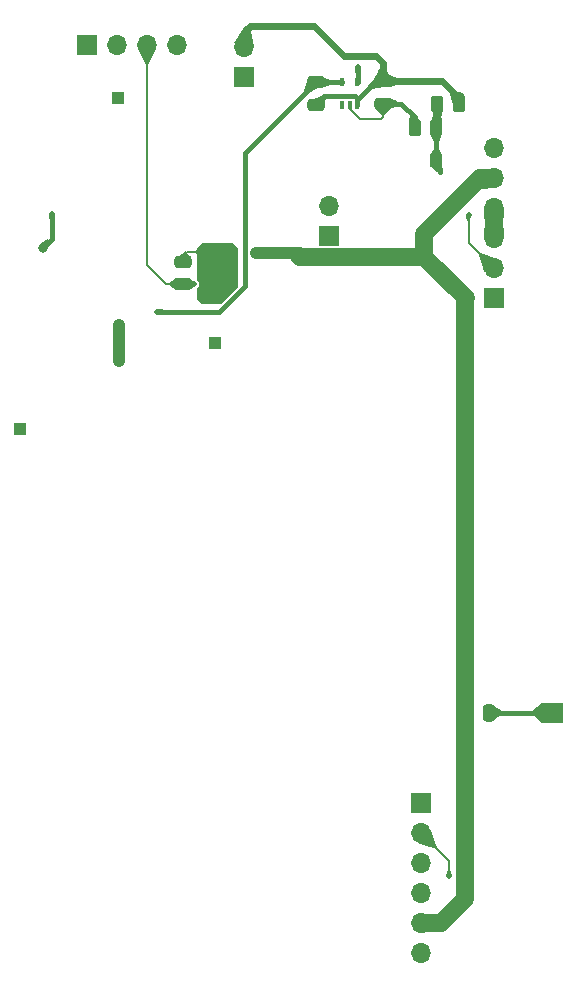
<source format=gbr>
%TF.GenerationSoftware,KiCad,Pcbnew,8.0.8+dfsg-1*%
%TF.CreationDate,2025-07-13T00:35:59+05:30*%
%TF.ProjectId,sanket,73616e6b-6574-42e6-9b69-6361645f7063,4.1*%
%TF.SameCoordinates,Original*%
%TF.FileFunction,Copper,L1,Top*%
%TF.FilePolarity,Positive*%
%FSLAX46Y46*%
G04 Gerber Fmt 4.6, Leading zero omitted, Abs format (unit mm)*
G04 Created by KiCad (PCBNEW 8.0.8+dfsg-1) date 2025-07-13 00:35:59*
%MOMM*%
%LPD*%
G01*
G04 APERTURE LIST*
G04 Aperture macros list*
%AMRoundRect*
0 Rectangle with rounded corners*
0 $1 Rounding radius*
0 $2 $3 $4 $5 $6 $7 $8 $9 X,Y pos of 4 corners*
0 Add a 4 corners polygon primitive as box body*
4,1,4,$2,$3,$4,$5,$6,$7,$8,$9,$2,$3,0*
0 Add four circle primitives for the rounded corners*
1,1,$1+$1,$2,$3*
1,1,$1+$1,$4,$5*
1,1,$1+$1,$6,$7*
1,1,$1+$1,$8,$9*
0 Add four rect primitives between the rounded corners*
20,1,$1+$1,$2,$3,$4,$5,0*
20,1,$1+$1,$4,$5,$6,$7,0*
20,1,$1+$1,$6,$7,$8,$9,0*
20,1,$1+$1,$8,$9,$2,$3,0*%
G04 Aperture macros list end*
%TA.AperFunction,ComponentPad*%
%ADD10R,1.000000X1.000000*%
%TD*%
%TA.AperFunction,ComponentPad*%
%ADD11R,1.700000X1.700000*%
%TD*%
%TA.AperFunction,ComponentPad*%
%ADD12O,1.700000X1.700000*%
%TD*%
%TA.AperFunction,SMDPad,CuDef*%
%ADD13RoundRect,0.100000X0.100000X-0.225000X0.100000X0.225000X-0.100000X0.225000X-0.100000X-0.225000X0*%
%TD*%
%TA.AperFunction,SMDPad,CuDef*%
%ADD14RoundRect,0.250000X0.262500X0.450000X-0.262500X0.450000X-0.262500X-0.450000X0.262500X-0.450000X0*%
%TD*%
%TA.AperFunction,SMDPad,CuDef*%
%ADD15RoundRect,0.250000X-0.475000X0.250000X-0.475000X-0.250000X0.475000X-0.250000X0.475000X0.250000X0*%
%TD*%
%TA.AperFunction,SMDPad,CuDef*%
%ADD16RoundRect,0.250000X0.475000X-0.250000X0.475000X0.250000X-0.475000X0.250000X-0.475000X-0.250000X0*%
%TD*%
%TA.AperFunction,SMDPad,CuDef*%
%ADD17RoundRect,0.250000X0.250000X0.475000X-0.250000X0.475000X-0.250000X-0.475000X0.250000X-0.475000X0*%
%TD*%
%TA.AperFunction,ViaPad*%
%ADD18C,0.800000*%
%TD*%
%TA.AperFunction,ViaPad*%
%ADD19C,0.500000*%
%TD*%
%TA.AperFunction,Conductor*%
%ADD20C,0.200000*%
%TD*%
%TA.AperFunction,Conductor*%
%ADD21C,0.400000*%
%TD*%
%TA.AperFunction,Conductor*%
%ADD22C,1.500000*%
%TD*%
%TA.AperFunction,Conductor*%
%ADD23C,1.000000*%
%TD*%
%TA.AperFunction,Conductor*%
%ADD24C,0.600000*%
%TD*%
G04 APERTURE END LIST*
D10*
%TO.P,TP4,1,1*%
%TO.N,/3V3*%
X105216100Y-86955000D03*
%TD*%
%TO.P,TP1,1,1*%
%TO.N,/DeployerDetectionSW2OUT*%
X140483900Y-64204600D03*
%TD*%
D11*
%TO.P,J2,1,Pin_1*%
%TO.N,Net-(J2-Pin_1)*%
X124177100Y-57092600D03*
D12*
%TO.P,J2,2,Pin_2*%
%TO.N,GND*%
X124177100Y-54552600D03*
%TD*%
D13*
%TO.P,U1,1,NC*%
%TO.N,unconnected-(U1-NC-Pad1)*%
X132518700Y-59465000D03*
%TO.P,U1,2,A*%
%TO.N,/TriggerIN*%
X133168700Y-59465000D03*
%TO.P,U1,3,GND*%
%TO.N,GND*%
X133818700Y-59465000D03*
%TO.P,U1,4,Y*%
%TO.N,/TriggerOUT*%
X133818700Y-57565000D03*
%TO.P,U1,5,VCC*%
%TO.N,/3V3*%
X132518700Y-57565000D03*
%TD*%
D11*
%TO.P,J6,1,Pin_1*%
%TO.N,Net-(J6-Pin_1)*%
X150339100Y-110940600D03*
%TD*%
D10*
%TO.P,TP3,1,1*%
%TO.N,Net-(U3-\u002AFAULT)*%
X121789500Y-79647800D03*
%TD*%
D14*
%TO.P,R1,1*%
%TO.N,GND*%
X142412400Y-59378600D03*
%TO.P,R1,2*%
%TO.N,/DeployerDetectionSW2OUT*%
X140587400Y-59378600D03*
%TD*%
%TO.P,R2,1*%
%TO.N,/DeployerDetectionSW2OUT*%
X140480100Y-61410600D03*
%TO.P,R2,2*%
%TO.N,/TriggerIN*%
X138655100Y-61410600D03*
%TD*%
D11*
%TO.P,J3,1,Pin_1*%
%TO.N,/DeployerDetectionSW1OUT*%
X145361100Y-75853600D03*
D12*
%TO.P,J3,2,Pin_2*%
%TO.N,/DeployerDetectionSW2OUT*%
X145361100Y-73313600D03*
%TO.P,J3,3,Pin_3*%
%TO.N,/BurnWireIN*%
X145361100Y-70773600D03*
%TO.P,J3,4,Pin_4*%
X145361100Y-68233600D03*
%TO.P,J3,5,Pin_5*%
%TO.N,GND*%
X145361100Y-65693600D03*
%TO.P,J3,6,Pin_6*%
X145361100Y-63153600D03*
%TD*%
D11*
%TO.P,J1,1,Pin_1*%
%TO.N,/3V3*%
X139240300Y-118616229D03*
D12*
%TO.P,J1,2,Pin_2*%
%TO.N,/DeployerDetectionSW1OUT*%
X139240300Y-121156229D03*
%TO.P,J1,3,Pin_3*%
%TO.N,/BurnWireIN*%
X139240300Y-123696229D03*
%TO.P,J1,4,Pin_4*%
X139240300Y-126236229D03*
%TO.P,J1,5,Pin_5*%
%TO.N,GND*%
X139240300Y-128776229D03*
%TO.P,J1,6,Pin_6*%
X139240300Y-131316229D03*
%TD*%
D15*
%TO.P,C1,1*%
%TO.N,GND*%
X135962700Y-57463400D03*
%TO.P,C1,2*%
%TO.N,/TriggerIN*%
X135962700Y-59363400D03*
%TD*%
D16*
%TO.P,C2,1*%
%TO.N,GND*%
X130273100Y-59449800D03*
%TO.P,C2,2*%
%TO.N,/3V3*%
X130273100Y-57549800D03*
%TD*%
D10*
%TO.P,TP2,1,1*%
%TO.N,/TriggerOUT*%
X113551100Y-58898600D03*
%TD*%
D17*
%TO.P,R5,1*%
%TO.N,Net-(J6-Pin_1)*%
X144939100Y-110940600D03*
%TO.P,R5,2*%
%TO.N,GND*%
X143039100Y-110940600D03*
%TD*%
D16*
%TO.P,R12,1*%
%TO.N,/EN*%
X119046300Y-74639000D03*
%TO.P,R12,2*%
%TO.N,GND*%
X119046300Y-72739000D03*
%TD*%
D11*
%TO.P,J4,1,Pin_1*%
%TO.N,/burn*%
X131389100Y-70554600D03*
D12*
%TO.P,J4,2,Pin_2*%
%TO.N,Net-(J4-Pin_2)*%
X131389100Y-68014600D03*
%TD*%
D11*
%TO.P,J5,1,Pin_1*%
%TO.N,/12V*%
X110941100Y-54368600D03*
D12*
%TO.P,J5,2,Pin_2*%
%TO.N,/TriggerOUT*%
X113481100Y-54368600D03*
%TO.P,J5,3,Pin_3*%
%TO.N,/EN*%
X116021100Y-54368600D03*
%TO.P,J5,4,Pin_4*%
%TO.N,GND*%
X118561100Y-54368600D03*
%TD*%
D18*
%TO.N,GND*%
X125243900Y-71977000D03*
X113661500Y-81171800D03*
X128901500Y-72281800D03*
X122907100Y-71926200D03*
X113661500Y-78073000D03*
X120875100Y-75787000D03*
X120875100Y-71926200D03*
D19*
%TO.N,/3V3*%
X116877100Y-76991000D03*
%TO.N,Net-(D1-K)*%
X107921100Y-68675000D03*
D18*
X107186146Y-71570600D03*
D19*
%TO.N,/EN*%
X119960700Y-74669400D03*
%TO.N,/DeployerDetectionSW1OUT*%
X141558778Y-124766278D03*
%TO.N,/DeployerDetectionSW2OUT*%
X143227100Y-68776600D03*
%TO.N,/TriggerOUT*%
X133829100Y-56279800D03*
%TD*%
D20*
%TO.N,/TriggerIN*%
X134027301Y-60648600D02*
X135810300Y-60648600D01*
D21*
X138655100Y-61410600D02*
X138655100Y-60496200D01*
D20*
X135962700Y-60496200D02*
X135962700Y-59363400D01*
X133168700Y-59789999D02*
X134027301Y-60648600D01*
D21*
X137522300Y-59363400D02*
X135962700Y-59363400D01*
D20*
X135810300Y-60648600D02*
X135962700Y-60496200D01*
X133168700Y-59465000D02*
X133168700Y-59789999D01*
D21*
X138655100Y-60496200D02*
X137522300Y-59363400D01*
D20*
%TO.N,GND*%
X119046300Y-72231000D02*
X119351100Y-71926200D01*
D21*
X131004700Y-58718200D02*
X133625900Y-58718200D01*
D22*
X128974300Y-72354600D02*
X139474100Y-72354600D01*
X139474100Y-72354600D02*
X142973100Y-75853600D01*
D23*
X113661500Y-81171800D02*
X113661500Y-78073000D01*
D24*
X124735900Y-52825400D02*
X130120700Y-52825400D01*
D22*
X144159019Y-65693600D02*
X145361100Y-65693600D01*
X142917894Y-75908806D02*
X142917894Y-126743806D01*
D21*
X133818700Y-59465000D02*
X133818700Y-59033400D01*
D24*
X132660700Y-55365400D02*
X135403900Y-55365400D01*
D21*
X133625900Y-58718200D02*
X133818700Y-58911000D01*
D20*
X119351100Y-71926200D02*
X120875100Y-71926200D01*
D24*
X135403900Y-55365400D02*
X135962700Y-55924200D01*
D22*
X128901500Y-72281800D02*
X128974300Y-72354600D01*
D21*
X135388700Y-57463400D02*
X135962700Y-57463400D01*
D23*
X128596700Y-71977000D02*
X128901500Y-72281800D01*
D22*
X140885471Y-128776229D02*
X139240300Y-128776229D01*
D24*
X124177100Y-53384200D02*
X124735900Y-52825400D01*
X130120700Y-52825400D02*
X132660700Y-55365400D01*
D20*
X119046300Y-72739000D02*
X119046300Y-72231000D01*
D23*
X125243900Y-71977000D02*
X128596700Y-71977000D01*
D22*
X142917894Y-126743806D02*
X140885471Y-128776229D01*
D24*
X142412400Y-58879900D02*
X140995900Y-57463400D01*
D21*
X133818700Y-58911000D02*
X133818700Y-59465000D01*
D24*
X124177100Y-54552600D02*
X124177100Y-53384200D01*
D23*
X142412400Y-59378600D02*
X142412400Y-58879900D01*
D21*
X133818700Y-59033400D02*
X135388700Y-57463400D01*
D22*
X139474100Y-70378519D02*
X144159019Y-65693600D01*
D21*
X130273100Y-59449800D02*
X131004700Y-58718200D01*
D24*
X135962700Y-55924200D02*
X135962700Y-57463400D01*
D22*
X139474100Y-72354600D02*
X139474100Y-70378519D01*
D24*
X140995900Y-57463400D02*
X135962700Y-57463400D01*
D21*
%TO.N,/3V3*%
X130273100Y-57549800D02*
X124278700Y-63544200D01*
X122109500Y-76991000D02*
X116877100Y-76991000D01*
X124278700Y-63544200D02*
X124278700Y-74821800D01*
D20*
X132503500Y-57549800D02*
X132518700Y-57565000D01*
D21*
X124278700Y-74821800D02*
X122109500Y-76991000D01*
X130273100Y-57549800D02*
X132503500Y-57549800D01*
%TO.N,Net-(D1-K)*%
X107921100Y-70835646D02*
X107921100Y-68675000D01*
X107186146Y-71570600D02*
X107921100Y-70835646D01*
D20*
%TO.N,/EN*%
X116021100Y-73066600D02*
X116021100Y-54368600D01*
X117593500Y-74639000D02*
X116021100Y-73066600D01*
X119076700Y-74669400D02*
X119046300Y-74639000D01*
X119960700Y-74669400D02*
X119076700Y-74669400D01*
X119046300Y-74639000D02*
X117593500Y-74639000D01*
D21*
%TO.N,Net-(J6-Pin_1)*%
X144939100Y-110940600D02*
X150339100Y-110940600D01*
D20*
%TO.N,/DeployerDetectionSW1OUT*%
X141558778Y-124766278D02*
X141558778Y-123474707D01*
X141558778Y-123474707D02*
X139240300Y-121156229D01*
D22*
%TO.N,/BurnWireIN*%
X145361100Y-68233600D02*
X145361100Y-70773600D01*
D21*
%TO.N,/DeployerDetectionSW2OUT*%
X140480100Y-64556400D02*
X140788700Y-64865000D01*
D20*
X143227100Y-71179600D02*
X143227100Y-68776600D01*
X145361100Y-73313600D02*
X143227100Y-71179600D01*
D21*
X140788700Y-64865000D02*
X140788700Y-65121200D01*
D24*
X140587400Y-61303300D02*
X140480100Y-61410600D01*
D21*
X140480100Y-61410600D02*
X140480100Y-64556400D01*
D24*
X140587400Y-59378600D02*
X140587400Y-61303300D01*
D21*
%TO.N,/TriggerOUT*%
X133829100Y-57554600D02*
X133818700Y-57565000D01*
X133829100Y-56279800D02*
X133829100Y-57554600D01*
%TD*%
%TA.AperFunction,Conductor*%
%TO.N,/DeployerDetectionSW2OUT*%
G36*
X140487940Y-61418376D02*
G01*
X140488785Y-61419221D01*
X140968495Y-61950649D01*
X140971495Y-61959087D01*
X140970519Y-61963202D01*
X140683175Y-62616113D01*
X140676706Y-62622305D01*
X140672466Y-62623100D01*
X140287734Y-62623100D01*
X140279461Y-62619673D01*
X140277025Y-62616113D01*
X139989680Y-61963202D01*
X139989484Y-61954249D01*
X139991702Y-61950652D01*
X140471415Y-61419220D01*
X140479502Y-61415376D01*
X140487940Y-61418376D01*
G37*
%TD.AperFunction*%
%TD*%
%TA.AperFunction,Conductor*%
%TO.N,/TriggerIN*%
G36*
X138592827Y-60153442D02*
G01*
X138593849Y-60154610D01*
X139049518Y-60750738D01*
X139051820Y-60759392D01*
X139050215Y-60763930D01*
X138663962Y-61397921D01*
X138656731Y-61403204D01*
X138647883Y-61401826D01*
X138645293Y-61399682D01*
X138166161Y-60869938D01*
X138163153Y-60861504D01*
X138163703Y-60858499D01*
X138194196Y-60763930D01*
X138302025Y-60429515D01*
X138304884Y-60424839D01*
X138576282Y-60153441D01*
X138584554Y-60150015D01*
X138592827Y-60153442D01*
G37*
%TD.AperFunction*%
%TD*%
%TA.AperFunction,Conductor*%
%TO.N,GND*%
G36*
X140390839Y-128206327D02*
G01*
X140396157Y-128209375D01*
X141438401Y-129251619D01*
X141441828Y-129259892D01*
X141438401Y-129268165D01*
X141431998Y-129271442D01*
X139253858Y-129624034D01*
X139245143Y-129621973D01*
X139240438Y-129614354D01*
X139240288Y-129612501D01*
X139239594Y-128779265D01*
X139240486Y-128774782D01*
X139561677Y-128000342D01*
X139568011Y-127994014D01*
X139575439Y-127993504D01*
X140390839Y-128206327D01*
G37*
%TD.AperFunction*%
%TD*%
%TA.AperFunction,Conductor*%
%TO.N,/EN*%
G36*
X118481930Y-74163331D02*
G01*
X119036658Y-74630047D01*
X119040783Y-74637996D01*
X119038079Y-74646532D01*
X119036658Y-74647953D01*
X118481930Y-75114668D01*
X118473394Y-75117372D01*
X118468512Y-75115826D01*
X118222345Y-74972500D01*
X117827113Y-74742384D01*
X117821688Y-74735260D01*
X117821300Y-74732273D01*
X117821300Y-74545726D01*
X117824727Y-74537453D01*
X117827110Y-74535617D01*
X118468513Y-74162172D01*
X118477385Y-74160972D01*
X118481930Y-74163331D01*
G37*
%TD.AperFunction*%
%TD*%
%TA.AperFunction,Conductor*%
%TO.N,/TriggerOUT*%
G36*
X134066224Y-56279748D02*
G01*
X134074482Y-56283208D01*
X134077876Y-56291495D01*
X134077818Y-56292612D01*
X134030154Y-56769264D01*
X134025921Y-56777155D01*
X134018512Y-56779800D01*
X133639688Y-56779800D01*
X133631415Y-56776373D01*
X133628046Y-56769264D01*
X133580381Y-56292612D01*
X133582968Y-56284039D01*
X133590859Y-56279806D01*
X133591965Y-56279748D01*
X133829100Y-56278800D01*
X134066224Y-56279748D01*
G37*
%TD.AperFunction*%
%TD*%
%TA.AperFunction,Conductor*%
%TO.N,/EN*%
G36*
X116025589Y-54369465D02*
G01*
X116794824Y-54689072D01*
X116801149Y-54695411D01*
X116801140Y-54704366D01*
X116800806Y-54705097D01*
X116124330Y-56062120D01*
X116117572Y-56067995D01*
X116113859Y-56068600D01*
X115928341Y-56068600D01*
X115920068Y-56065173D01*
X115917870Y-56062120D01*
X115241393Y-54705097D01*
X115240769Y-54696164D01*
X115246644Y-54689406D01*
X115247361Y-54689078D01*
X116016611Y-54369464D01*
X116025566Y-54369456D01*
X116025589Y-54369465D01*
G37*
%TD.AperFunction*%
%TD*%
%TA.AperFunction,Conductor*%
%TO.N,/DeployerDetectionSW1OUT*%
G36*
X141658542Y-124269705D02*
G01*
X141661400Y-124274373D01*
X141786430Y-124660365D01*
X141785719Y-124669291D01*
X141779816Y-124674763D01*
X141563295Y-124765387D01*
X141554341Y-124765420D01*
X141554261Y-124765387D01*
X141337739Y-124674763D01*
X141331430Y-124668407D01*
X141331125Y-124660366D01*
X141456156Y-124274373D01*
X141461966Y-124267558D01*
X141467287Y-124266278D01*
X141650269Y-124266278D01*
X141658542Y-124269705D01*
G37*
%TD.AperFunction*%
%TD*%
%TA.AperFunction,Conductor*%
%TO.N,/TriggerIN*%
G36*
X135970939Y-59370573D02*
G01*
X136455272Y-59851058D01*
X136458732Y-59859317D01*
X136456203Y-59866629D01*
X136066213Y-60358965D01*
X136058390Y-60363322D01*
X136057042Y-60363400D01*
X135868358Y-60363400D01*
X135860085Y-60359973D01*
X135859187Y-60358965D01*
X135837022Y-60330984D01*
X135469195Y-59866627D01*
X135466745Y-59858016D01*
X135470126Y-59851059D01*
X135954460Y-59370573D01*
X135962747Y-59367180D01*
X135970939Y-59370573D01*
G37*
%TD.AperFunction*%
%TD*%
%TA.AperFunction,Conductor*%
%TO.N,Net-(D1-K)*%
G36*
X108158224Y-68674948D02*
G01*
X108166482Y-68678408D01*
X108169876Y-68686695D01*
X108169818Y-68687812D01*
X108122154Y-69164464D01*
X108117921Y-69172355D01*
X108110512Y-69175000D01*
X107731688Y-69175000D01*
X107723415Y-69171573D01*
X107720046Y-69164464D01*
X107672381Y-68687812D01*
X107674968Y-68679239D01*
X107682859Y-68675006D01*
X107683965Y-68674948D01*
X107921100Y-68674000D01*
X108158224Y-68674948D01*
G37*
%TD.AperFunction*%
%TD*%
%TA.AperFunction,Conductor*%
%TO.N,/DeployerDetectionSW1OUT*%
G36*
X140022969Y-120835740D02*
G01*
X140029294Y-120842079D01*
X140029575Y-120842832D01*
X140396637Y-121939629D01*
X140510794Y-122280733D01*
X140510170Y-122289666D01*
X140507972Y-122292719D01*
X140376790Y-122423901D01*
X140368517Y-122427328D01*
X140364804Y-122426723D01*
X139955272Y-122289666D01*
X139700535Y-122204413D01*
X138926903Y-121945504D01*
X138920145Y-121939629D01*
X138919521Y-121930696D01*
X138919797Y-121929955D01*
X139237738Y-121160012D01*
X139244059Y-121153677D01*
X140014015Y-120835731D01*
X140022969Y-120835740D01*
G37*
%TD.AperFunction*%
%TD*%
%TA.AperFunction,Conductor*%
%TO.N,GND*%
G36*
X131164204Y-58524736D02*
G01*
X131170462Y-58531140D01*
X131171302Y-58535493D01*
X131171302Y-58916507D01*
X131170821Y-58919826D01*
X131000776Y-59494656D01*
X130995143Y-59501617D01*
X130988691Y-59503005D01*
X130279704Y-59450364D01*
X130271707Y-59446334D01*
X130269546Y-59442614D01*
X130261132Y-59418941D01*
X130098156Y-58960393D01*
X130098614Y-58951452D01*
X130104826Y-58945617D01*
X131155250Y-58524633D01*
X131164204Y-58524736D01*
G37*
%TD.AperFunction*%
%TD*%
%TA.AperFunction,Conductor*%
%TO.N,GND*%
G36*
X120876100Y-71926200D02*
G01*
X120722027Y-72295752D01*
X120214700Y-72084366D01*
X120214700Y-72084365D01*
X120082300Y-72029199D01*
X120075981Y-72022854D01*
X120075100Y-72018399D01*
X120075100Y-71833999D01*
X120078527Y-71825726D01*
X120082296Y-71823201D01*
X120722027Y-71556648D01*
X120876100Y-71926200D01*
G37*
%TD.AperFunction*%
%TD*%
%TA.AperFunction,Conductor*%
%TO.N,/DeployerDetectionSW2OUT*%
G36*
X140979111Y-64126974D02*
G01*
X140983815Y-64134594D01*
X140983965Y-64136406D01*
X140988643Y-65109444D01*
X140985256Y-65117733D01*
X140976999Y-65121200D01*
X140593173Y-65121200D01*
X140585368Y-65118216D01*
X140131287Y-64711613D01*
X140127410Y-64703541D01*
X140129594Y-64696066D01*
X140481065Y-64207540D01*
X140488676Y-64202827D01*
X140970399Y-64124912D01*
X140979111Y-64126974D01*
G37*
%TD.AperFunction*%
%TD*%
%TA.AperFunction,Conductor*%
%TO.N,GND*%
G36*
X136263023Y-56466827D02*
G01*
X136265628Y-56470792D01*
X136459857Y-56961194D01*
X136459717Y-56970147D01*
X136457219Y-56973808D01*
X135970940Y-57456225D01*
X135962653Y-57459619D01*
X135954460Y-57456225D01*
X135468180Y-56973808D01*
X135464720Y-56965549D01*
X135465541Y-56961198D01*
X135659772Y-56470791D01*
X135666005Y-56464362D01*
X135670650Y-56463400D01*
X136254750Y-56463400D01*
X136263023Y-56466827D01*
G37*
%TD.AperFunction*%
%TD*%
%TA.AperFunction,Conductor*%
%TO.N,GND*%
G36*
X136539307Y-56984071D02*
G01*
X137179120Y-57161027D01*
X137186179Y-57166535D01*
X137187700Y-57172303D01*
X137187700Y-57754496D01*
X137184273Y-57762769D01*
X137179119Y-57765773D01*
X136539308Y-57942727D01*
X136530421Y-57941629D01*
X136528657Y-57940403D01*
X135972341Y-57472353D01*
X135968216Y-57464404D01*
X135970920Y-57455868D01*
X135972341Y-57454447D01*
X136314548Y-57166535D01*
X136528657Y-56986395D01*
X136537193Y-56983692D01*
X136539307Y-56984071D01*
G37*
%TD.AperFunction*%
%TD*%
%TA.AperFunction,Conductor*%
%TO.N,/BurnWireIN*%
G36*
X146198707Y-68233585D02*
G01*
X146206975Y-68237022D01*
X146210392Y-68245299D01*
X146210372Y-68245972D01*
X146111748Y-69922587D01*
X146107841Y-69930645D01*
X146100068Y-69933600D01*
X144622132Y-69933600D01*
X144613859Y-69930173D01*
X144610452Y-69922587D01*
X144511827Y-68245970D01*
X144514762Y-68237512D01*
X144522820Y-68233605D01*
X144523478Y-68233585D01*
X145361100Y-68232600D01*
X146198707Y-68233585D01*
G37*
%TD.AperFunction*%
%TD*%
%TA.AperFunction,Conductor*%
%TO.N,/3V3*%
G36*
X116889907Y-76742280D02*
G01*
X117366564Y-76789946D01*
X117374455Y-76794179D01*
X117377100Y-76801588D01*
X117377100Y-77180411D01*
X117373673Y-77188684D01*
X117366564Y-77192053D01*
X116889912Y-77239718D01*
X116881339Y-77237131D01*
X116877106Y-77229240D01*
X116877048Y-77228123D01*
X116876890Y-77188684D01*
X116876100Y-76991000D01*
X116877048Y-76753874D01*
X116880508Y-76745617D01*
X116888795Y-76742223D01*
X116889907Y-76742280D01*
G37*
%TD.AperFunction*%
%TD*%
%TA.AperFunction,Conductor*%
%TO.N,/DeployerDetectionSW2OUT*%
G36*
X143448138Y-68868114D02*
G01*
X143454447Y-68874470D01*
X143454752Y-68882512D01*
X143329722Y-69268505D01*
X143323912Y-69275320D01*
X143318591Y-69276600D01*
X143135609Y-69276600D01*
X143127336Y-69273173D01*
X143124478Y-69268505D01*
X142999447Y-68882512D01*
X143000158Y-68873586D01*
X143006060Y-68868114D01*
X143222584Y-68777489D01*
X143231537Y-68777457D01*
X143448138Y-68868114D01*
G37*
%TD.AperFunction*%
%TD*%
%TA.AperFunction,Conductor*%
%TO.N,/DeployerDetectionSW2OUT*%
G36*
X140885477Y-60201527D02*
G01*
X140888794Y-60208201D01*
X140991740Y-60954371D01*
X140989476Y-60963035D01*
X140987879Y-60964753D01*
X140489430Y-61403388D01*
X140480956Y-61406281D01*
X140472918Y-61402334D01*
X140472467Y-61401790D01*
X140022367Y-60823305D01*
X140019991Y-60814671D01*
X140020870Y-60811457D01*
X140284342Y-60205137D01*
X140290782Y-60198915D01*
X140295073Y-60198100D01*
X140877204Y-60198100D01*
X140885477Y-60201527D01*
G37*
%TD.AperFunction*%
%TD*%
%TA.AperFunction,Conductor*%
%TO.N,GND*%
G36*
X145034357Y-64912431D02*
G01*
X145040040Y-64918461D01*
X145360910Y-65690734D01*
X145361805Y-65695233D01*
X145361109Y-66532274D01*
X145357675Y-66540544D01*
X145349779Y-66543958D01*
X144342328Y-66575850D01*
X144333951Y-66572687D01*
X144333685Y-66572429D01*
X143289837Y-65528581D01*
X143286410Y-65520308D01*
X143289837Y-65512035D01*
X143294290Y-65509250D01*
X145025420Y-64911890D01*
X145034357Y-64912431D01*
G37*
%TD.AperFunction*%
%TD*%
%TA.AperFunction,Conductor*%
%TO.N,/EN*%
G36*
X119863713Y-74442458D02*
G01*
X119869185Y-74448361D01*
X119959809Y-74664883D01*
X119959842Y-74673837D01*
X119959809Y-74673917D01*
X119869185Y-74890438D01*
X119862829Y-74896747D01*
X119854787Y-74897052D01*
X119468795Y-74772022D01*
X119461980Y-74766212D01*
X119460700Y-74760891D01*
X119460700Y-74577908D01*
X119464127Y-74569635D01*
X119468791Y-74566778D01*
X119854788Y-74441747D01*
X119863713Y-74442458D01*
G37*
%TD.AperFunction*%
%TD*%
%TA.AperFunction,Conductor*%
%TO.N,/EN*%
G36*
X119704636Y-74221144D02*
G01*
X119958426Y-74566307D01*
X119960700Y-74573238D01*
X119960700Y-74764962D01*
X119957757Y-74772721D01*
X119704778Y-75058213D01*
X119696726Y-75062133D01*
X119689619Y-75060247D01*
X119237965Y-74764962D01*
X119060277Y-74648791D01*
X119055228Y-74641397D01*
X119056887Y-74632598D01*
X119060276Y-74629208D01*
X119688810Y-74218281D01*
X119697607Y-74216623D01*
X119704636Y-74221144D01*
G37*
%TD.AperFunction*%
%TD*%
%TA.AperFunction,Conductor*%
%TO.N,/TriggerIN*%
G36*
X133364454Y-59440900D02*
G01*
X133368969Y-59448633D01*
X133369072Y-59449882D01*
X133380688Y-59855668D01*
X133377499Y-59864036D01*
X133377266Y-59864276D01*
X133248386Y-59993156D01*
X133240113Y-59996583D01*
X133231840Y-59993156D01*
X133231195Y-59992456D01*
X133061658Y-59792811D01*
X133058915Y-59784287D01*
X133059506Y-59781451D01*
X133165658Y-59471118D01*
X133171577Y-59464402D01*
X133175138Y-59463316D01*
X133355795Y-59438625D01*
X133364454Y-59440900D01*
G37*
%TD.AperFunction*%
%TD*%
%TA.AperFunction,Conductor*%
%TO.N,/DeployerDetectionSW2OUT*%
G36*
X144236590Y-72043104D02*
G01*
X145674496Y-72524324D01*
X145681254Y-72530199D01*
X145681878Y-72539132D01*
X145681597Y-72539885D01*
X145363662Y-73309814D01*
X145357337Y-73316153D01*
X145357314Y-73316162D01*
X144587385Y-73634097D01*
X144578430Y-73634088D01*
X144572105Y-73627749D01*
X144571824Y-73626996D01*
X144467795Y-73316153D01*
X144090605Y-72189092D01*
X144091229Y-72180162D01*
X144093424Y-72177112D01*
X144224610Y-72045926D01*
X144232882Y-72042500D01*
X144236590Y-72043104D01*
G37*
%TD.AperFunction*%
%TD*%
%TA.AperFunction,Conductor*%
%TO.N,/3V3*%
G36*
X130274116Y-57552513D02*
G01*
X130276875Y-57556536D01*
X130476178Y-58040026D01*
X130476163Y-58048981D01*
X130470891Y-58054796D01*
X129572773Y-58536518D01*
X129563863Y-58537408D01*
X129558970Y-58534480D01*
X129287653Y-58263163D01*
X129284226Y-58254890D01*
X129285007Y-58250688D01*
X129545293Y-57574979D01*
X129551463Y-57568494D01*
X129555904Y-57567492D01*
X130265758Y-57549299D01*
X130274116Y-57552513D01*
G37*
%TD.AperFunction*%
%TD*%
%TA.AperFunction,Conductor*%
%TO.N,GND*%
G36*
X124349174Y-52804809D02*
G01*
X124350981Y-52806287D01*
X124762609Y-53217915D01*
X124765816Y-53223930D01*
X125024357Y-54538653D01*
X125022591Y-54547432D01*
X125015135Y-54552391D01*
X125012887Y-54552611D01*
X124178733Y-54553305D01*
X124174234Y-54552410D01*
X123404906Y-54232763D01*
X123398581Y-54226424D01*
X123398590Y-54217469D01*
X123399639Y-54215500D01*
X124332959Y-52808092D01*
X124340385Y-52803093D01*
X124349174Y-52804809D01*
G37*
%TD.AperFunction*%
%TD*%
%TA.AperFunction,Conductor*%
%TO.N,/BurnWireIN*%
G36*
X146108341Y-69077027D02*
G01*
X146111748Y-69084613D01*
X146210372Y-70761227D01*
X146207437Y-70769687D01*
X146199379Y-70773594D01*
X146198706Y-70773614D01*
X145361114Y-70774599D01*
X145361086Y-70774599D01*
X144523493Y-70773614D01*
X144515224Y-70770177D01*
X144511807Y-70761900D01*
X144511826Y-70761255D01*
X144610452Y-69084612D01*
X144614359Y-69076555D01*
X144622132Y-69073600D01*
X146100068Y-69073600D01*
X146108341Y-69077027D01*
G37*
%TD.AperFunction*%
%TD*%
%TA.AperFunction,Conductor*%
%TO.N,GND*%
G36*
X119287140Y-71862241D02*
G01*
X119421537Y-71996638D01*
X119422064Y-71997201D01*
X119633921Y-72239000D01*
X119689208Y-72302100D01*
X119692083Y-72310581D01*
X119688118Y-72318610D01*
X119686820Y-72319597D01*
X119055140Y-72733452D01*
X119046342Y-72735119D01*
X119039103Y-72730317D01*
X118706327Y-72248829D01*
X118704443Y-72240077D01*
X118709301Y-72232554D01*
X118709451Y-72232452D01*
X119272423Y-71860749D01*
X119281213Y-71859052D01*
X119287140Y-71862241D01*
G37*
%TD.AperFunction*%
%TD*%
%TA.AperFunction,Conductor*%
%TO.N,GND*%
G36*
X142069010Y-58112451D02*
G01*
X142069057Y-58112498D01*
X142481127Y-58534872D01*
X142616551Y-58673682D01*
X142619875Y-58681996D01*
X142619391Y-58685185D01*
X142415016Y-59372880D01*
X142409375Y-59379834D01*
X142406596Y-59380908D01*
X141911014Y-59502849D01*
X141902162Y-59501498D01*
X141896922Y-59494532D01*
X141638336Y-58534872D01*
X141639492Y-58525992D01*
X141641356Y-58523559D01*
X142052465Y-58112450D01*
X142060737Y-58109024D01*
X142069010Y-58112451D01*
G37*
%TD.AperFunction*%
%TD*%
%TA.AperFunction,Conductor*%
%TO.N,Net-(D1-K)*%
G36*
X107616793Y-70869876D02*
G01*
X107886869Y-71139952D01*
X107890296Y-71148225D01*
X107888696Y-71154130D01*
X107560836Y-71714884D01*
X107553702Y-71720297D01*
X107546284Y-71719799D01*
X107189950Y-71573163D01*
X107183603Y-71566845D01*
X107183582Y-71566795D01*
X107036946Y-71210459D01*
X107036967Y-71201507D01*
X107041859Y-71195910D01*
X107602618Y-70868048D01*
X107611486Y-70866831D01*
X107616793Y-70869876D01*
G37*
%TD.AperFunction*%
%TD*%
%TA.AperFunction,Conductor*%
%TO.N,/DeployerDetectionSW2OUT*%
G36*
X140681770Y-63208027D02*
G01*
X140683513Y-63210252D01*
X140977279Y-63696780D01*
X140978622Y-63705634D01*
X140975560Y-63711077D01*
X140492181Y-64197270D01*
X140483918Y-64200721D01*
X140475635Y-64197318D01*
X140475603Y-64197286D01*
X139990309Y-63711022D01*
X139986890Y-63702745D01*
X139988524Y-63696794D01*
X140276701Y-63210336D01*
X140283866Y-63204965D01*
X140286767Y-63204600D01*
X140673497Y-63204600D01*
X140681770Y-63208027D01*
G37*
%TD.AperFunction*%
%TD*%
%TA.AperFunction,Conductor*%
%TO.N,/DeployerDetectionSW2OUT*%
G36*
X140595240Y-59386376D02*
G01*
X140596085Y-59387221D01*
X141076501Y-59919431D01*
X141079501Y-59927869D01*
X141079053Y-59930531D01*
X140889849Y-60582660D01*
X140884252Y-60589651D01*
X140878612Y-60591100D01*
X140296188Y-60591100D01*
X140287915Y-60587673D01*
X140284951Y-60582660D01*
X140095746Y-59930531D01*
X140096732Y-59921631D01*
X140098294Y-59919436D01*
X140578715Y-59387220D01*
X140586802Y-59383376D01*
X140595240Y-59386376D01*
G37*
%TD.AperFunction*%
%TD*%
%TA.AperFunction,Conductor*%
%TO.N,/3V3*%
G36*
X130850399Y-57071676D02*
G01*
X131491016Y-57346758D01*
X131497266Y-57353171D01*
X131498100Y-57357509D01*
X131498100Y-57742090D01*
X131494673Y-57750363D01*
X131491016Y-57752841D01*
X130850399Y-58027923D01*
X130841445Y-58028038D01*
X130838251Y-58026125D01*
X130282741Y-57558753D01*
X130278616Y-57550804D01*
X130281320Y-57542268D01*
X130282741Y-57540847D01*
X130513432Y-57346758D01*
X130838251Y-57073473D01*
X130846787Y-57070770D01*
X130850399Y-57071676D01*
G37*
%TD.AperFunction*%
%TD*%
%TA.AperFunction,Conductor*%
%TO.N,Net-(J6-Pin_1)*%
G36*
X145441975Y-110445262D02*
G01*
X145933376Y-110737199D01*
X145938738Y-110744371D01*
X145939100Y-110747258D01*
X145939100Y-111133941D01*
X145935673Y-111142214D01*
X145933376Y-111144000D01*
X145441977Y-111435936D01*
X145433114Y-111437215D01*
X145427696Y-111434117D01*
X144946273Y-110948839D01*
X144942880Y-110940553D01*
X144946273Y-110932360D01*
X145427697Y-110447080D01*
X145435954Y-110443622D01*
X145441975Y-110445262D01*
G37*
%TD.AperFunction*%
%TD*%
%TA.AperFunction,Conductor*%
%TO.N,GND*%
G36*
X135244941Y-57252473D02*
G01*
X135956749Y-57460744D01*
X135963726Y-57466356D01*
X135964891Y-57469468D01*
X136070434Y-57951051D01*
X136068857Y-57959866D01*
X136061510Y-57964985D01*
X136060620Y-57965144D01*
X135031337Y-58108570D01*
X135022670Y-58106318D01*
X135021449Y-58105255D01*
X134750395Y-57834201D01*
X134746968Y-57825928D01*
X134749791Y-57818306D01*
X135232783Y-57256078D01*
X135240773Y-57252036D01*
X135244941Y-57252473D01*
G37*
%TD.AperFunction*%
%TD*%
%TA.AperFunction,Conductor*%
%TO.N,Net-(J6-Pin_1)*%
G36*
X149496343Y-110097834D02*
G01*
X150331812Y-110932322D01*
X150335244Y-110940593D01*
X150331822Y-110948868D01*
X150331812Y-110948878D01*
X149496343Y-111783365D01*
X149488068Y-111786787D01*
X149480968Y-111784381D01*
X148643693Y-111144112D01*
X148639203Y-111136364D01*
X148639100Y-111134818D01*
X148639100Y-110746381D01*
X148642527Y-110738108D01*
X148643686Y-110737092D01*
X149480969Y-110096817D01*
X149489621Y-110094515D01*
X149496343Y-110097834D01*
G37*
%TD.AperFunction*%
%TD*%
%TA.AperFunction,Conductor*%
%TO.N,/TriggerIN*%
G36*
X136539999Y-58885276D02*
G01*
X137180616Y-59160358D01*
X137186866Y-59166771D01*
X137187700Y-59171109D01*
X137187700Y-59555690D01*
X137184273Y-59563963D01*
X137180616Y-59566441D01*
X136539999Y-59841523D01*
X136531045Y-59841638D01*
X136527851Y-59839725D01*
X135972341Y-59372353D01*
X135968216Y-59364404D01*
X135970920Y-59355868D01*
X135972341Y-59354447D01*
X136203032Y-59160358D01*
X136527851Y-58887073D01*
X136536387Y-58884370D01*
X136539999Y-58885276D01*
G37*
%TD.AperFunction*%
%TD*%
%TA.AperFunction,Conductor*%
%TO.N,GND*%
G36*
X123235577Y-71183885D02*
G01*
X123256219Y-71200519D01*
X123683581Y-71627881D01*
X123717066Y-71689204D01*
X123719900Y-71715562D01*
X123719900Y-74762845D01*
X123700215Y-74829884D01*
X123683581Y-74850526D01*
X122224626Y-76309481D01*
X122163303Y-76342966D01*
X122136945Y-76345800D01*
X120766062Y-76345800D01*
X120699023Y-76326115D01*
X120678381Y-76309481D01*
X120251019Y-75882119D01*
X120217534Y-75820796D01*
X120214700Y-75794438D01*
X120214700Y-75108164D01*
X120234385Y-75041125D01*
X120257504Y-75014445D01*
X120258743Y-75013370D01*
X120258749Y-75013367D01*
X120343582Y-74915463D01*
X120397397Y-74797626D01*
X120415833Y-74669400D01*
X120397397Y-74541174D01*
X120343582Y-74423337D01*
X120258749Y-74325433D01*
X120258747Y-74325432D01*
X120258745Y-74325429D01*
X120257498Y-74324348D01*
X120256605Y-74322958D01*
X120252941Y-74318730D01*
X120253548Y-74318203D01*
X120219723Y-74265570D01*
X120214700Y-74230635D01*
X120214700Y-71715562D01*
X120234385Y-71648523D01*
X120251019Y-71627881D01*
X120678381Y-71200519D01*
X120739704Y-71167034D01*
X120766062Y-71164200D01*
X123168538Y-71164200D01*
X123235577Y-71183885D01*
G37*
%TD.AperFunction*%
%TD*%
M02*

</source>
